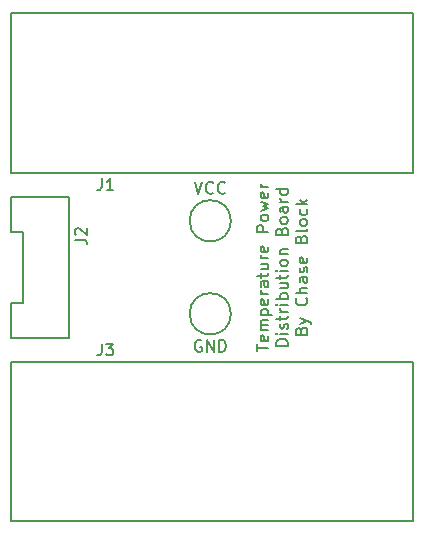
<source format=gbr>
G04 #@! TF.GenerationSoftware,KiCad,Pcbnew,(5.0.0)*
G04 #@! TF.CreationDate,2019-09-21T11:40:00-05:00*
G04 #@! TF.ProjectId,TemperaturePower,54656D7065726174757265506F776572,rev?*
G04 #@! TF.SameCoordinates,Original*
G04 #@! TF.FileFunction,Legend,Top*
G04 #@! TF.FilePolarity,Positive*
%FSLAX46Y46*%
G04 Gerber Fmt 4.6, Leading zero omitted, Abs format (unit mm)*
G04 Created by KiCad (PCBNEW (5.0.0)) date 09/21/19 11:40:00*
%MOMM*%
%LPD*%
G01*
G04 APERTURE LIST*
%ADD10C,0.150000*%
G04 APERTURE END LIST*
D10*
X138802380Y-125595238D02*
X138802380Y-125023809D01*
X139802380Y-125309523D02*
X138802380Y-125309523D01*
X139754761Y-124309523D02*
X139802380Y-124404761D01*
X139802380Y-124595238D01*
X139754761Y-124690476D01*
X139659523Y-124738095D01*
X139278571Y-124738095D01*
X139183333Y-124690476D01*
X139135714Y-124595238D01*
X139135714Y-124404761D01*
X139183333Y-124309523D01*
X139278571Y-124261904D01*
X139373809Y-124261904D01*
X139469047Y-124738095D01*
X139802380Y-123833333D02*
X139135714Y-123833333D01*
X139230952Y-123833333D02*
X139183333Y-123785714D01*
X139135714Y-123690476D01*
X139135714Y-123547619D01*
X139183333Y-123452380D01*
X139278571Y-123404761D01*
X139802380Y-123404761D01*
X139278571Y-123404761D02*
X139183333Y-123357142D01*
X139135714Y-123261904D01*
X139135714Y-123119047D01*
X139183333Y-123023809D01*
X139278571Y-122976190D01*
X139802380Y-122976190D01*
X139135714Y-122500000D02*
X140135714Y-122500000D01*
X139183333Y-122500000D02*
X139135714Y-122404761D01*
X139135714Y-122214285D01*
X139183333Y-122119047D01*
X139230952Y-122071428D01*
X139326190Y-122023809D01*
X139611904Y-122023809D01*
X139707142Y-122071428D01*
X139754761Y-122119047D01*
X139802380Y-122214285D01*
X139802380Y-122404761D01*
X139754761Y-122500000D01*
X139754761Y-121214285D02*
X139802380Y-121309523D01*
X139802380Y-121500000D01*
X139754761Y-121595238D01*
X139659523Y-121642857D01*
X139278571Y-121642857D01*
X139183333Y-121595238D01*
X139135714Y-121500000D01*
X139135714Y-121309523D01*
X139183333Y-121214285D01*
X139278571Y-121166666D01*
X139373809Y-121166666D01*
X139469047Y-121642857D01*
X139802380Y-120738095D02*
X139135714Y-120738095D01*
X139326190Y-120738095D02*
X139230952Y-120690476D01*
X139183333Y-120642857D01*
X139135714Y-120547619D01*
X139135714Y-120452380D01*
X139802380Y-119690476D02*
X139278571Y-119690476D01*
X139183333Y-119738095D01*
X139135714Y-119833333D01*
X139135714Y-120023809D01*
X139183333Y-120119047D01*
X139754761Y-119690476D02*
X139802380Y-119785714D01*
X139802380Y-120023809D01*
X139754761Y-120119047D01*
X139659523Y-120166666D01*
X139564285Y-120166666D01*
X139469047Y-120119047D01*
X139421428Y-120023809D01*
X139421428Y-119785714D01*
X139373809Y-119690476D01*
X139135714Y-119357142D02*
X139135714Y-118976190D01*
X138802380Y-119214285D02*
X139659523Y-119214285D01*
X139754761Y-119166666D01*
X139802380Y-119071428D01*
X139802380Y-118976190D01*
X139135714Y-118214285D02*
X139802380Y-118214285D01*
X139135714Y-118642857D02*
X139659523Y-118642857D01*
X139754761Y-118595238D01*
X139802380Y-118500000D01*
X139802380Y-118357142D01*
X139754761Y-118261904D01*
X139707142Y-118214285D01*
X139802380Y-117738095D02*
X139135714Y-117738095D01*
X139326190Y-117738095D02*
X139230952Y-117690476D01*
X139183333Y-117642857D01*
X139135714Y-117547619D01*
X139135714Y-117452380D01*
X139754761Y-116738095D02*
X139802380Y-116833333D01*
X139802380Y-117023809D01*
X139754761Y-117119047D01*
X139659523Y-117166666D01*
X139278571Y-117166666D01*
X139183333Y-117119047D01*
X139135714Y-117023809D01*
X139135714Y-116833333D01*
X139183333Y-116738095D01*
X139278571Y-116690476D01*
X139373809Y-116690476D01*
X139469047Y-117166666D01*
X139802380Y-115500000D02*
X138802380Y-115500000D01*
X138802380Y-115119047D01*
X138850000Y-115023809D01*
X138897619Y-114976190D01*
X138992857Y-114928571D01*
X139135714Y-114928571D01*
X139230952Y-114976190D01*
X139278571Y-115023809D01*
X139326190Y-115119047D01*
X139326190Y-115500000D01*
X139802380Y-114357142D02*
X139754761Y-114452380D01*
X139707142Y-114500000D01*
X139611904Y-114547619D01*
X139326190Y-114547619D01*
X139230952Y-114500000D01*
X139183333Y-114452380D01*
X139135714Y-114357142D01*
X139135714Y-114214285D01*
X139183333Y-114119047D01*
X139230952Y-114071428D01*
X139326190Y-114023809D01*
X139611904Y-114023809D01*
X139707142Y-114071428D01*
X139754761Y-114119047D01*
X139802380Y-114214285D01*
X139802380Y-114357142D01*
X139135714Y-113690476D02*
X139802380Y-113500000D01*
X139326190Y-113309523D01*
X139802380Y-113119047D01*
X139135714Y-112928571D01*
X139754761Y-112166666D02*
X139802380Y-112261904D01*
X139802380Y-112452380D01*
X139754761Y-112547619D01*
X139659523Y-112595238D01*
X139278571Y-112595238D01*
X139183333Y-112547619D01*
X139135714Y-112452380D01*
X139135714Y-112261904D01*
X139183333Y-112166666D01*
X139278571Y-112119047D01*
X139373809Y-112119047D01*
X139469047Y-112595238D01*
X139802380Y-111690476D02*
X139135714Y-111690476D01*
X139326190Y-111690476D02*
X139230952Y-111642857D01*
X139183333Y-111595238D01*
X139135714Y-111500000D01*
X139135714Y-111404761D01*
X141452380Y-125119047D02*
X140452380Y-125119047D01*
X140452380Y-124880952D01*
X140500000Y-124738095D01*
X140595238Y-124642857D01*
X140690476Y-124595238D01*
X140880952Y-124547619D01*
X141023809Y-124547619D01*
X141214285Y-124595238D01*
X141309523Y-124642857D01*
X141404761Y-124738095D01*
X141452380Y-124880952D01*
X141452380Y-125119047D01*
X141452380Y-124119047D02*
X140785714Y-124119047D01*
X140452380Y-124119047D02*
X140500000Y-124166666D01*
X140547619Y-124119047D01*
X140500000Y-124071428D01*
X140452380Y-124119047D01*
X140547619Y-124119047D01*
X141404761Y-123690476D02*
X141452380Y-123595238D01*
X141452380Y-123404761D01*
X141404761Y-123309523D01*
X141309523Y-123261904D01*
X141261904Y-123261904D01*
X141166666Y-123309523D01*
X141119047Y-123404761D01*
X141119047Y-123547619D01*
X141071428Y-123642857D01*
X140976190Y-123690476D01*
X140928571Y-123690476D01*
X140833333Y-123642857D01*
X140785714Y-123547619D01*
X140785714Y-123404761D01*
X140833333Y-123309523D01*
X140785714Y-122976190D02*
X140785714Y-122595238D01*
X140452380Y-122833333D02*
X141309523Y-122833333D01*
X141404761Y-122785714D01*
X141452380Y-122690476D01*
X141452380Y-122595238D01*
X141452380Y-122261904D02*
X140785714Y-122261904D01*
X140976190Y-122261904D02*
X140880952Y-122214285D01*
X140833333Y-122166666D01*
X140785714Y-122071428D01*
X140785714Y-121976190D01*
X141452380Y-121642857D02*
X140785714Y-121642857D01*
X140452380Y-121642857D02*
X140500000Y-121690476D01*
X140547619Y-121642857D01*
X140500000Y-121595238D01*
X140452380Y-121642857D01*
X140547619Y-121642857D01*
X141452380Y-121166666D02*
X140452380Y-121166666D01*
X140833333Y-121166666D02*
X140785714Y-121071428D01*
X140785714Y-120880952D01*
X140833333Y-120785714D01*
X140880952Y-120738095D01*
X140976190Y-120690476D01*
X141261904Y-120690476D01*
X141357142Y-120738095D01*
X141404761Y-120785714D01*
X141452380Y-120880952D01*
X141452380Y-121071428D01*
X141404761Y-121166666D01*
X140785714Y-119833333D02*
X141452380Y-119833333D01*
X140785714Y-120261904D02*
X141309523Y-120261904D01*
X141404761Y-120214285D01*
X141452380Y-120119047D01*
X141452380Y-119976190D01*
X141404761Y-119880952D01*
X141357142Y-119833333D01*
X140785714Y-119500000D02*
X140785714Y-119119047D01*
X140452380Y-119357142D02*
X141309523Y-119357142D01*
X141404761Y-119309523D01*
X141452380Y-119214285D01*
X141452380Y-119119047D01*
X141452380Y-118785714D02*
X140785714Y-118785714D01*
X140452380Y-118785714D02*
X140500000Y-118833333D01*
X140547619Y-118785714D01*
X140500000Y-118738095D01*
X140452380Y-118785714D01*
X140547619Y-118785714D01*
X141452380Y-118166666D02*
X141404761Y-118261904D01*
X141357142Y-118309523D01*
X141261904Y-118357142D01*
X140976190Y-118357142D01*
X140880952Y-118309523D01*
X140833333Y-118261904D01*
X140785714Y-118166666D01*
X140785714Y-118023809D01*
X140833333Y-117928571D01*
X140880952Y-117880952D01*
X140976190Y-117833333D01*
X141261904Y-117833333D01*
X141357142Y-117880952D01*
X141404761Y-117928571D01*
X141452380Y-118023809D01*
X141452380Y-118166666D01*
X140785714Y-117404761D02*
X141452380Y-117404761D01*
X140880952Y-117404761D02*
X140833333Y-117357142D01*
X140785714Y-117261904D01*
X140785714Y-117119047D01*
X140833333Y-117023809D01*
X140928571Y-116976190D01*
X141452380Y-116976190D01*
X140928571Y-115404761D02*
X140976190Y-115261904D01*
X141023809Y-115214285D01*
X141119047Y-115166666D01*
X141261904Y-115166666D01*
X141357142Y-115214285D01*
X141404761Y-115261904D01*
X141452380Y-115357142D01*
X141452380Y-115738095D01*
X140452380Y-115738095D01*
X140452380Y-115404761D01*
X140500000Y-115309523D01*
X140547619Y-115261904D01*
X140642857Y-115214285D01*
X140738095Y-115214285D01*
X140833333Y-115261904D01*
X140880952Y-115309523D01*
X140928571Y-115404761D01*
X140928571Y-115738095D01*
X141452380Y-114595238D02*
X141404761Y-114690476D01*
X141357142Y-114738095D01*
X141261904Y-114785714D01*
X140976190Y-114785714D01*
X140880952Y-114738095D01*
X140833333Y-114690476D01*
X140785714Y-114595238D01*
X140785714Y-114452380D01*
X140833333Y-114357142D01*
X140880952Y-114309523D01*
X140976190Y-114261904D01*
X141261904Y-114261904D01*
X141357142Y-114309523D01*
X141404761Y-114357142D01*
X141452380Y-114452380D01*
X141452380Y-114595238D01*
X141452380Y-113404761D02*
X140928571Y-113404761D01*
X140833333Y-113452380D01*
X140785714Y-113547619D01*
X140785714Y-113738095D01*
X140833333Y-113833333D01*
X141404761Y-113404761D02*
X141452380Y-113500000D01*
X141452380Y-113738095D01*
X141404761Y-113833333D01*
X141309523Y-113880952D01*
X141214285Y-113880952D01*
X141119047Y-113833333D01*
X141071428Y-113738095D01*
X141071428Y-113500000D01*
X141023809Y-113404761D01*
X141452380Y-112928571D02*
X140785714Y-112928571D01*
X140976190Y-112928571D02*
X140880952Y-112880952D01*
X140833333Y-112833333D01*
X140785714Y-112738095D01*
X140785714Y-112642857D01*
X141452380Y-111880952D02*
X140452380Y-111880952D01*
X141404761Y-111880952D02*
X141452380Y-111976190D01*
X141452380Y-112166666D01*
X141404761Y-112261904D01*
X141357142Y-112309523D01*
X141261904Y-112357142D01*
X140976190Y-112357142D01*
X140880952Y-112309523D01*
X140833333Y-112261904D01*
X140785714Y-112166666D01*
X140785714Y-111976190D01*
X140833333Y-111880952D01*
X142578571Y-123857142D02*
X142626190Y-123714285D01*
X142673809Y-123666666D01*
X142769047Y-123619047D01*
X142911904Y-123619047D01*
X143007142Y-123666666D01*
X143054761Y-123714285D01*
X143102380Y-123809523D01*
X143102380Y-124190476D01*
X142102380Y-124190476D01*
X142102380Y-123857142D01*
X142150000Y-123761904D01*
X142197619Y-123714285D01*
X142292857Y-123666666D01*
X142388095Y-123666666D01*
X142483333Y-123714285D01*
X142530952Y-123761904D01*
X142578571Y-123857142D01*
X142578571Y-124190476D01*
X142435714Y-123285714D02*
X143102380Y-123047619D01*
X142435714Y-122809523D02*
X143102380Y-123047619D01*
X143340476Y-123142857D01*
X143388095Y-123190476D01*
X143435714Y-123285714D01*
X143007142Y-121095238D02*
X143054761Y-121142857D01*
X143102380Y-121285714D01*
X143102380Y-121380952D01*
X143054761Y-121523809D01*
X142959523Y-121619047D01*
X142864285Y-121666666D01*
X142673809Y-121714285D01*
X142530952Y-121714285D01*
X142340476Y-121666666D01*
X142245238Y-121619047D01*
X142150000Y-121523809D01*
X142102380Y-121380952D01*
X142102380Y-121285714D01*
X142150000Y-121142857D01*
X142197619Y-121095238D01*
X143102380Y-120666666D02*
X142102380Y-120666666D01*
X143102380Y-120238095D02*
X142578571Y-120238095D01*
X142483333Y-120285714D01*
X142435714Y-120380952D01*
X142435714Y-120523809D01*
X142483333Y-120619047D01*
X142530952Y-120666666D01*
X143102380Y-119333333D02*
X142578571Y-119333333D01*
X142483333Y-119380952D01*
X142435714Y-119476190D01*
X142435714Y-119666666D01*
X142483333Y-119761904D01*
X143054761Y-119333333D02*
X143102380Y-119428571D01*
X143102380Y-119666666D01*
X143054761Y-119761904D01*
X142959523Y-119809523D01*
X142864285Y-119809523D01*
X142769047Y-119761904D01*
X142721428Y-119666666D01*
X142721428Y-119428571D01*
X142673809Y-119333333D01*
X143054761Y-118904761D02*
X143102380Y-118809523D01*
X143102380Y-118619047D01*
X143054761Y-118523809D01*
X142959523Y-118476190D01*
X142911904Y-118476190D01*
X142816666Y-118523809D01*
X142769047Y-118619047D01*
X142769047Y-118761904D01*
X142721428Y-118857142D01*
X142626190Y-118904761D01*
X142578571Y-118904761D01*
X142483333Y-118857142D01*
X142435714Y-118761904D01*
X142435714Y-118619047D01*
X142483333Y-118523809D01*
X143054761Y-117666666D02*
X143102380Y-117761904D01*
X143102380Y-117952380D01*
X143054761Y-118047619D01*
X142959523Y-118095238D01*
X142578571Y-118095238D01*
X142483333Y-118047619D01*
X142435714Y-117952380D01*
X142435714Y-117761904D01*
X142483333Y-117666666D01*
X142578571Y-117619047D01*
X142673809Y-117619047D01*
X142769047Y-118095238D01*
X142578571Y-116095238D02*
X142626190Y-115952380D01*
X142673809Y-115904761D01*
X142769047Y-115857142D01*
X142911904Y-115857142D01*
X143007142Y-115904761D01*
X143054761Y-115952380D01*
X143102380Y-116047619D01*
X143102380Y-116428571D01*
X142102380Y-116428571D01*
X142102380Y-116095238D01*
X142150000Y-116000000D01*
X142197619Y-115952380D01*
X142292857Y-115904761D01*
X142388095Y-115904761D01*
X142483333Y-115952380D01*
X142530952Y-116000000D01*
X142578571Y-116095238D01*
X142578571Y-116428571D01*
X143102380Y-115285714D02*
X143054761Y-115380952D01*
X142959523Y-115428571D01*
X142102380Y-115428571D01*
X143102380Y-114761904D02*
X143054761Y-114857142D01*
X143007142Y-114904761D01*
X142911904Y-114952380D01*
X142626190Y-114952380D01*
X142530952Y-114904761D01*
X142483333Y-114857142D01*
X142435714Y-114761904D01*
X142435714Y-114619047D01*
X142483333Y-114523809D01*
X142530952Y-114476190D01*
X142626190Y-114428571D01*
X142911904Y-114428571D01*
X143007142Y-114476190D01*
X143054761Y-114523809D01*
X143102380Y-114619047D01*
X143102380Y-114761904D01*
X143054761Y-113571428D02*
X143102380Y-113666666D01*
X143102380Y-113857142D01*
X143054761Y-113952380D01*
X143007142Y-114000000D01*
X142911904Y-114047619D01*
X142626190Y-114047619D01*
X142530952Y-114000000D01*
X142483333Y-113952380D01*
X142435714Y-113857142D01*
X142435714Y-113666666D01*
X142483333Y-113571428D01*
X143102380Y-113142857D02*
X142102380Y-113142857D01*
X142721428Y-113047619D02*
X143102380Y-112761904D01*
X142435714Y-112761904D02*
X142816666Y-113142857D01*
G04 #@! TO.C,J1*
X118000000Y-97000000D02*
X152000000Y-97000000D01*
X152000000Y-109500000D02*
X152000000Y-97000000D01*
X118000000Y-109500000D02*
X118000000Y-97000000D01*
X148000000Y-110500000D02*
X152000000Y-110500000D01*
X152000000Y-110500000D02*
X152000000Y-109500000D01*
X148000000Y-110500000D02*
X118000000Y-110500000D01*
X118000000Y-110500000D02*
X118000000Y-109500000D01*
G04 #@! TO.C,J2*
X118000000Y-124500000D02*
X118000000Y-121500000D01*
X118000000Y-121500000D02*
X119000000Y-121500000D01*
X119000000Y-121500000D02*
X119000000Y-115500000D01*
X119000000Y-115500000D02*
X118000000Y-115500000D01*
X118000000Y-115500000D02*
X118000000Y-112500000D01*
X118000000Y-112500000D02*
X122900000Y-112500000D01*
X122900000Y-112500000D02*
X122900000Y-124500000D01*
X122900000Y-124500000D02*
X118000000Y-124500000D01*
G04 #@! TO.C,J3*
X118000000Y-140000000D02*
X118000000Y-139000000D01*
X148000000Y-140000000D02*
X118000000Y-140000000D01*
X152000000Y-140000000D02*
X152000000Y-139000000D01*
X148000000Y-140000000D02*
X152000000Y-140000000D01*
X118000000Y-139000000D02*
X118000000Y-126500000D01*
X152000000Y-139000000D02*
X152000000Y-126500000D01*
X118000000Y-126500000D02*
X152000000Y-126500000D01*
G04 #@! TO.C,VCC*
X136624000Y-114554000D02*
G75*
G03X136624000Y-114554000I-1750000J0D01*
G01*
G04 #@! TO.C,GND*
X136624000Y-122428000D02*
G75*
G03X136624000Y-122428000I-1750000J0D01*
G01*
G04 #@! TO.C,J1*
X125666666Y-110952380D02*
X125666666Y-111666666D01*
X125619047Y-111809523D01*
X125523809Y-111904761D01*
X125380952Y-111952380D01*
X125285714Y-111952380D01*
X126666666Y-111952380D02*
X126095238Y-111952380D01*
X126380952Y-111952380D02*
X126380952Y-110952380D01*
X126285714Y-111095238D01*
X126190476Y-111190476D01*
X126095238Y-111238095D01*
G04 #@! TO.C,J2*
X123404380Y-116157333D02*
X124118666Y-116157333D01*
X124261523Y-116204952D01*
X124356761Y-116300190D01*
X124404380Y-116443047D01*
X124404380Y-116538285D01*
X123499619Y-115728761D02*
X123452000Y-115681142D01*
X123404380Y-115585904D01*
X123404380Y-115347809D01*
X123452000Y-115252571D01*
X123499619Y-115204952D01*
X123594857Y-115157333D01*
X123690095Y-115157333D01*
X123832952Y-115204952D01*
X124404380Y-115776380D01*
X124404380Y-115157333D01*
G04 #@! TO.C,J3*
X125666666Y-124952380D02*
X125666666Y-125666666D01*
X125619047Y-125809523D01*
X125523809Y-125904761D01*
X125380952Y-125952380D01*
X125285714Y-125952380D01*
X126047619Y-124952380D02*
X126666666Y-124952380D01*
X126333333Y-125333333D01*
X126476190Y-125333333D01*
X126571428Y-125380952D01*
X126619047Y-125428571D01*
X126666666Y-125523809D01*
X126666666Y-125761904D01*
X126619047Y-125857142D01*
X126571428Y-125904761D01*
X126476190Y-125952380D01*
X126190476Y-125952380D01*
X126095238Y-125904761D01*
X126047619Y-125857142D01*
G04 #@! TO.C,VCC*
X133540666Y-111256380D02*
X133874000Y-112256380D01*
X134207333Y-111256380D01*
X135112095Y-112161142D02*
X135064476Y-112208761D01*
X134921619Y-112256380D01*
X134826380Y-112256380D01*
X134683523Y-112208761D01*
X134588285Y-112113523D01*
X134540666Y-112018285D01*
X134493047Y-111827809D01*
X134493047Y-111684952D01*
X134540666Y-111494476D01*
X134588285Y-111399238D01*
X134683523Y-111304000D01*
X134826380Y-111256380D01*
X134921619Y-111256380D01*
X135064476Y-111304000D01*
X135112095Y-111351619D01*
X136112095Y-112161142D02*
X136064476Y-112208761D01*
X135921619Y-112256380D01*
X135826380Y-112256380D01*
X135683523Y-112208761D01*
X135588285Y-112113523D01*
X135540666Y-112018285D01*
X135493047Y-111827809D01*
X135493047Y-111684952D01*
X135540666Y-111494476D01*
X135588285Y-111399238D01*
X135683523Y-111304000D01*
X135826380Y-111256380D01*
X135921619Y-111256380D01*
X136064476Y-111304000D01*
X136112095Y-111351619D01*
G04 #@! TO.C,GND*
X134112095Y-124678000D02*
X134016857Y-124630380D01*
X133874000Y-124630380D01*
X133731142Y-124678000D01*
X133635904Y-124773238D01*
X133588285Y-124868476D01*
X133540666Y-125058952D01*
X133540666Y-125201809D01*
X133588285Y-125392285D01*
X133635904Y-125487523D01*
X133731142Y-125582761D01*
X133874000Y-125630380D01*
X133969238Y-125630380D01*
X134112095Y-125582761D01*
X134159714Y-125535142D01*
X134159714Y-125201809D01*
X133969238Y-125201809D01*
X134588285Y-125630380D02*
X134588285Y-124630380D01*
X135159714Y-125630380D01*
X135159714Y-124630380D01*
X135635904Y-125630380D02*
X135635904Y-124630380D01*
X135874000Y-124630380D01*
X136016857Y-124678000D01*
X136112095Y-124773238D01*
X136159714Y-124868476D01*
X136207333Y-125058952D01*
X136207333Y-125201809D01*
X136159714Y-125392285D01*
X136112095Y-125487523D01*
X136016857Y-125582761D01*
X135874000Y-125630380D01*
X135635904Y-125630380D01*
G04 #@! TD*
M02*

</source>
